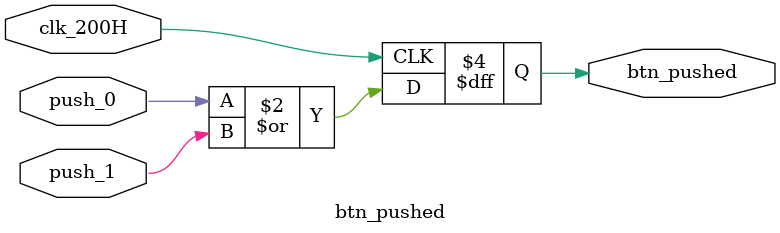
<source format=v>
`timescale 1ns / 1ps

module btn_pushed (
    input clk_200H,
    input push_0,
    input push_1,
    output reg btn_pushed = 0
);

    always @(posedge clk_200H) begin
        btn_pushed <= push_0 | push_1;
    end

endmodule

</source>
